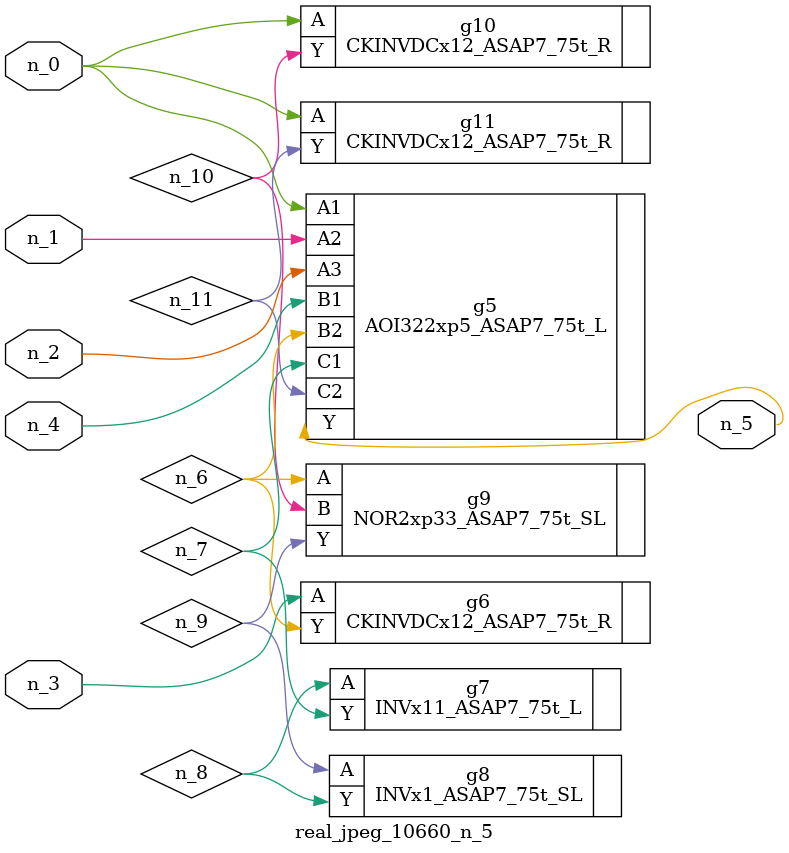
<source format=v>
module real_jpeg_10660_n_5 (n_4, n_0, n_1, n_2, n_3, n_5);

input n_4;
input n_0;
input n_1;
input n_2;
input n_3;

output n_5;

wire n_8;
wire n_11;
wire n_6;
wire n_7;
wire n_10;
wire n_9;

AOI322xp5_ASAP7_75t_L g5 ( 
.A1(n_0),
.A2(n_1),
.A3(n_2),
.B1(n_4),
.B2(n_6),
.C1(n_7),
.C2(n_11),
.Y(n_5)
);

CKINVDCx12_ASAP7_75t_R g10 ( 
.A(n_0),
.Y(n_10)
);

CKINVDCx12_ASAP7_75t_R g11 ( 
.A(n_0),
.Y(n_11)
);

CKINVDCx12_ASAP7_75t_R g6 ( 
.A(n_3),
.Y(n_6)
);

NOR2xp33_ASAP7_75t_SL g9 ( 
.A(n_6),
.B(n_10),
.Y(n_9)
);

INVx11_ASAP7_75t_L g7 ( 
.A(n_8),
.Y(n_7)
);

INVx1_ASAP7_75t_SL g8 ( 
.A(n_9),
.Y(n_8)
);


endmodule
</source>
